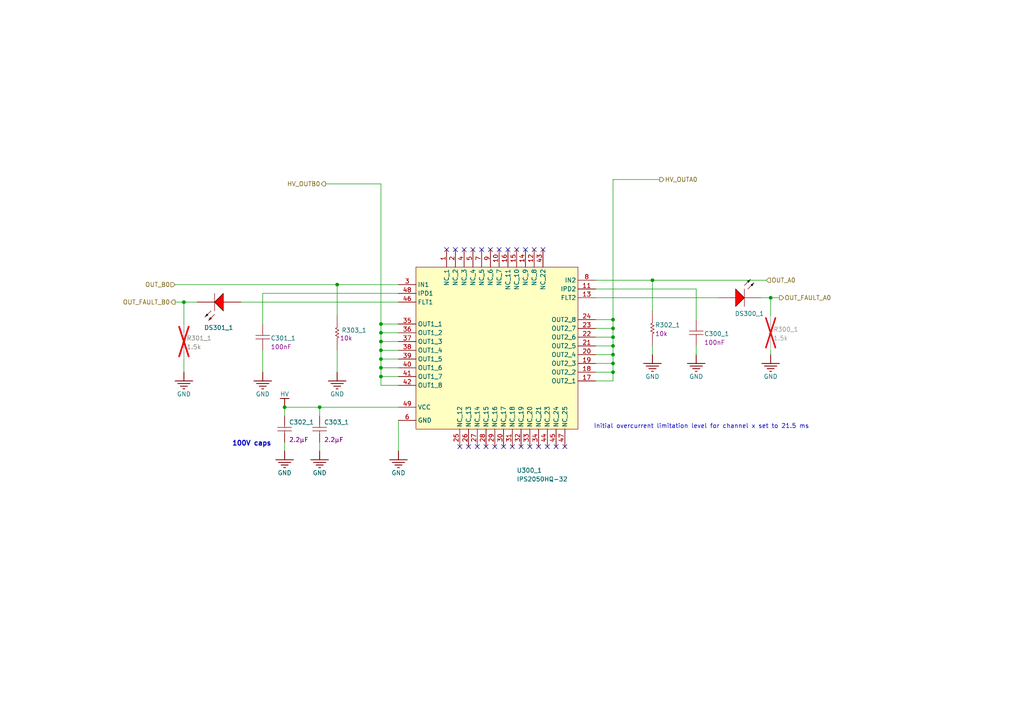
<source format=kicad_sch>
(kicad_sch (version 20250114) (generator "eeschema") (generator_version "9.0")
  (paper "A4")
  (lib_symbols
    (symbol "ARDEP Power IO Shield Symbols:GND_POWER_GROUND" (power)
      (property "Value" "GND" (at 0 -6.35 0))
      (symbol "GND_POWER_GROUND_0_0"
        (polyline (pts (xy -2.54 -2.54) (xy 2.54 -2.54)) (stroke (width 0.254)))
        (polyline (pts (xy -1.778 -3.302) (xy 1.778 -3.302)) (stroke (width 0.254)))
        (polyline (pts (xy -1.016 -4.064) (xy 1.016 -4.064)) (stroke (width 0.254)))
        (polyline (pts (xy -0.254 -4.826) (xy 0.254 -4.826)) (stroke (width 0.254)))
        (polyline (pts (xy 0 0) (xy 0 -2.54)) (stroke (width 0.254)))
        (pin power_in line (at 0 0 0) (length 0) (hide yes) (name "GND") (number ""))
      )
    )
    (symbol "ARDEP Power IO Shield Symbols:HV_BAR" (power)
      (property "Value" "HV" (at 0 -3.81 0))
      (symbol "HV_BAR_0_0"
        (polyline (pts (xy -1.27 -2.54) (xy 1.27 -2.54)) (stroke (width 0.254)))
        (polyline (pts (xy 0 0) (xy 0 -2.54)) (stroke (width 0.254)))
        (pin power_in line (at 0 0 0) (length 0) (hide yes) (name "HV") (number ""))
      )
    )
    (symbol "ARDEP Power IO Shield Symbols:root_0_IPS2050HQ-32_Frickly Systems GmbH"
      (symbol "root_0_IPS2050HQ-32_Frickly Systems GmbH_1_0"
        (rectangle (start 52.07 12.7) (end 5.08 -34.29) (stroke (width 0) (color 128 0 0 1)) (fill (type background)))
        (pin passive line (at 0 7.62 0) (length 5.08) (name "IN1") (number "3"))
        (pin passive line (at 0 5.08 0) (length 5.08) (name "IPD1") (number "48"))
        (pin passive line (at 0 2.54 0) (length 5.08) (name "FLT1") (number "46"))
        (pin passive line (at 0 -3.81 0) (length 5.08) (name "OUT1_1") (number "35"))
        (pin passive line (at 0 -6.35 0) (length 5.08) (name "OUT1_2") (number "36"))
        (pin passive line (at 0 -8.89 0) (length 5.08) (name "OUT1_3") (number "37"))
        (pin passive line (at 0 -11.43 0) (length 5.08) (name "OUT1_4") (number "38"))
        (pin passive line (at 0 -13.97 0) (length 5.08) (name "OUT1_5") (number "39"))
        (pin passive line (at 0 -16.51 0) (length 5.08) (name "OUT1_6") (number "40"))
        (pin passive line (at 0 -19.05 0) (length 5.08) (name "OUT1_7") (number "41"))
        (pin passive line (at 0 -21.59 0) (length 5.08) (name "OUT1_8") (number "42"))
        (pin passive line (at 0 -27.94 0) (length 5.08) (name "VCC") (number "49"))
        (pin passive line (at 0 -31.75 0) (length 5.08) (name "GND") (number "6"))
        (pin passive line (at 13.97 17.78 270) (length 5.08) (name "NC_1") (number "1"))
        (pin passive line (at 16.51 17.78 270) (length 5.08) (name "NC_2") (number "2"))
        (pin passive line (at 17.78 -39.37 90) (length 5.08) (name "NC_12") (number "25"))
        (pin passive line (at 19.05 17.78 270) (length 5.08) (name "NC_3") (number "4"))
        (pin passive line (at 20.32 -39.37 90) (length 5.08) (name "NC_13") (number "26"))
        (pin passive line (at 21.59 17.78 270) (length 5.08) (name "NC_4") (number "5"))
        (pin passive line (at 22.86 -39.37 90) (length 5.08) (name "NC_14") (number "27"))
        (pin passive line (at 24.13 17.78 270) (length 5.08) (name "NC_5") (number "7"))
        (pin passive line (at 25.4 -39.37 90) (length 5.08) (name "NC_15") (number "28"))
        (pin passive line (at 26.67 17.78 270) (length 5.08) (name "NC_6") (number "9"))
        (pin passive line (at 27.94 -39.37 90) (length 5.08) (name "NC_16") (number "29"))
        (pin passive line (at 29.21 17.78 270) (length 5.08) (name "NC_7") (number "10"))
        (pin passive line (at 30.48 -39.37 90) (length 5.08) (name "NC_17") (number "30"))
        (pin passive line (at 31.75 17.78 270) (length 5.08) (name "NC_11") (number "16"))
        (pin passive line (at 33.02 -39.37 90) (length 5.08) (name "NC_18") (number "31"))
        (pin passive line (at 34.29 17.78 270) (length 5.08) (name "NC_10") (number "15"))
        (pin passive line (at 35.56 -39.37 90) (length 5.08) (name "NC_19") (number "32"))
        (pin passive line (at 36.83 17.78 270) (length 5.08) (name "NC_9") (number "14"))
        (pin passive line (at 38.1 -39.37 90) (length 5.08) (name "NC_20") (number "33"))
        (pin passive line (at 39.37 17.78 270) (length 5.08) (name "NC_8") (number "12"))
        (pin passive line (at 40.64 -39.37 90) (length 5.08) (name "NC_21") (number "34"))
        (pin passive line (at 41.91 17.78 270) (length 5.08) (name "NC_22") (number "43"))
        (pin passive line (at 43.18 -39.37 90) (length 5.08) (name "NC_23") (number "44"))
        (pin passive line (at 45.72 -39.37 90) (length 5.08) (name "NC_24") (number "45"))
        (pin passive line (at 48.26 -39.37 90) (length 5.08) (name "NC_25") (number "47"))
        (pin passive line (at 57.15 8.89 180) (length 5.08) (name "IN2") (number "8"))
        (pin passive line (at 57.15 6.35 180) (length 5.08) (name "IPD2") (number "11"))
        (pin passive line (at 57.15 3.81 180) (length 5.08) (name "FLT2") (number "13"))
        (pin passive line (at 57.15 -2.54 180) (length 5.08) (name "OUT2_8") (number "24"))
        (pin passive line (at 57.15 -5.08 180) (length 5.08) (name "OUT2_7") (number "23"))
        (pin passive line (at 57.15 -7.62 180) (length 5.08) (name "OUT2_6") (number "22"))
        (pin passive line (at 57.15 -10.16 180) (length 5.08) (name "OUT2_5") (number "21"))
        (pin passive line (at 57.15 -12.7 180) (length 5.08) (name "OUT2_4") (number "20"))
        (pin passive line (at 57.15 -15.24 180) (length 5.08) (name "OUT2_3") (number "19"))
        (pin passive line (at 57.15 -17.78 180) (length 5.08) (name "OUT2_2") (number "18"))
        (pin passive line (at 57.15 -20.32 180) (length 5.08) (name "OUT2_1") (number "17"))
      )
    )
    (symbol "ARDEP Power IO Shield Symbols:root_0_mirrored_LED-RED-AK-2_Frickly Systems GmbH" (pin_numbers (hide yes)) (pin_names (hide yes))
      (symbol "root_0_mirrored_LED-RED-AK-2_Frickly Systems GmbH_1_0"
        (polyline (pts (xy -2.54 2.54) (xy 0 0) (xy -2.54 -2.54) (xy -2.54 2.54)) (stroke (width 0) (color 0 0 0 1)) (fill (type color) (color 255 0 0 1)))
        (polyline (pts (xy 0 3.556) (xy 1.778 5.334)))
        (polyline (pts (xy 0 -2.54) (xy 0 2.54)))
        (polyline (pts (xy 1.016 2.54) (xy 2.794 4.318)))
        (polyline (pts (xy 1.778 5.334) (xy 1.27 4.318) (xy 0.762 4.826) (xy 1.778 5.334)) (stroke (width -0.0001) (color 0 0 0 1)) (fill (type outline)))
        (polyline (pts (xy 2.794 4.318) (xy 2.286 3.302) (xy 1.778 3.81) (xy 2.794 4.318)) (stroke (width -0.0001) (color 0 0 0 1)) (fill (type outline)))
        (pin passive line (at -7.62 0 0) (length 5.08) (name "A") (number "2"))
        (pin passive line (at 5.08 0 180) (length 5.08) (name "K") (number "1"))
      )
    )
    (symbol "ARDEP Power IO Shield Symbols:root_1_Resistor_Frickly Systems GmbH" (pin_numbers (hide yes)) (pin_names (hide yes))
      (symbol "root_1_Resistor_Frickly Systems GmbH_1_0"
        (polyline (pts (xy 0 5.08) (xy 0 4.064) (xy 0.508 3.81) (xy -0.508 3.302) (xy 0.508 2.794) (xy -0.508 2.286) (xy 0.508 1.778) (xy -0.508 1.27) (xy 0 1.016) (xy 0 0)))
        (pin passive line (at 0 7.62 270) (length 2.54) (name "2") (number "2"))
        (pin passive line (at 0 -2.54 90) (length 2.54) (name "1") (number "1"))
      )
    )
    (symbol "ARDEP Power IO Shield Symbols:root_1_mirrored_Capacitor_Frickly Systems GmbH" (pin_numbers (hide yes)) (pin_names (hide yes))
      (symbol "root_1_mirrored_Capacitor_Frickly Systems GmbH_1_0"
        (polyline (pts (xy -2.032 3.302) (xy 2.032 3.302)))
        (polyline (pts (xy 0 5.08) (xy 0 4.318)))
        (polyline (pts (xy 0 2.54) (xy 0 3.302)))
        (polyline (pts (xy 2.032 4.318) (xy -2.032 4.318)))
        (pin passive line (at 0 7.62 270) (length 2.54) (name "2") (number "2"))
        (pin passive line (at 0 0 90) (length 2.54) (name "1") (number "1"))
      )
    )
    (symbol "ARDEP Power IO Shield Symbols:root_1_mirrored_Resistor_Frickly Systems GmbH" (pin_numbers (hide yes)) (pin_names (hide yes))
      (symbol "root_1_mirrored_Resistor_Frickly Systems GmbH_1_0"
        (polyline (pts (xy 0 5.08) (xy 0 4.064) (xy -0.508 3.81) (xy 0.508 3.302) (xy -0.508 2.794) (xy 0.508 2.286) (xy -0.508 1.778) (xy 0.508 1.27) (xy 0 1.016) (xy 0 0)))
        (pin passive line (at 0 7.62 270) (length 2.54) (name "2") (number "2"))
        (pin passive line (at 0 -2.54 90) (length 2.54) (name "1") (number "1"))
      )
    )
    (symbol "ARDEP Power IO Shield Symbols:root_2_mirrored_LED-RED-AK-2_Frickly Systems GmbH" (pin_numbers (hide yes)) (pin_names (hide yes))
      (symbol "root_2_mirrored_LED-RED-AK-2_Frickly Systems GmbH_1_0"
        (polyline (pts (xy -2.794 -4.318) (xy -2.286 -3.302) (xy -1.778 -3.81) (xy -2.794 -4.318)) (stroke (width -0.0001) (color 0 0 0 1)) (fill (type outline)))
        (polyline (pts (xy -1.778 -5.334) (xy -1.27 -4.318) (xy -0.762 -4.826) (xy -1.778 -5.334)) (stroke (width -0.0001) (color 0 0 0 1)) (fill (type outline)))
        (polyline (pts (xy -1.016 -2.54) (xy -2.794 -4.318)))
        (polyline (pts (xy 0 2.54) (xy 0 -2.54)))
        (polyline (pts (xy 0 -3.556) (xy -1.778 -5.334)))
        (polyline (pts (xy 2.54 -2.54) (xy 0 0) (xy 2.54 2.54) (xy 2.54 -2.54)) (stroke (width 0) (color 0 0 0 1)) (fill (type color) (color 255 0 0 1)))
        (pin passive line (at -5.08 0 0) (length 5.08) (name "K") (number "1"))
        (pin passive line (at 7.62 0 180) (length 5.08) (name "A") (number "2"))
      )
    )
    (symbol "root_1_mirrored_Capacitor_Frickly Systems GmbH_1" (pin_numbers (hide yes)) (pin_names (hide yes))
      (symbol "root_1_mirrored_Capacitor_Frickly Systems GmbH_1_1_0"
        (polyline (pts (xy -2.032 3.302) (xy 2.032 3.302)))
        (polyline (pts (xy 0 5.08) (xy 0 4.318)))
        (polyline (pts (xy 0 2.54) (xy 0 3.302)))
        (polyline (pts (xy 2.032 4.318) (xy -2.032 4.318)))
        (pin passive line (at 0 7.62 270) (length 2.54) (name "2") (number "2"))
        (pin passive line (at 0 0 90) (length 2.54) (name "1") (number "1"))
      )
    )
    (symbol "root_1_mirrored_Capacitor_Frickly Systems GmbH_2" (pin_numbers (hide yes)) (pin_names (hide yes))
      (symbol "root_1_mirrored_Capacitor_Frickly Systems GmbH_2_1_0"
        (polyline (pts (xy -2.032 3.302) (xy 2.032 3.302)))
        (polyline (pts (xy 0 5.08) (xy 0 4.318)))
        (polyline (pts (xy 0 2.54) (xy 0 3.302)))
        (polyline (pts (xy 2.032 4.318) (xy -2.032 4.318)))
        (pin passive line (at 0 7.62 270) (length 2.54) (name "2") (number "2"))
        (pin passive line (at 0 0 90) (length 2.54) (name "1") (number "1"))
      )
    )
  )
  (text "Initial overcurrent limitation level for channel x set to 21.5 ms" (at 234.696 124.46 0) (effects (font (size 1.27 1.27)) (justify right bottom)))
  (text "100V caps" (at 78.74 129.54 0) (effects (font (size 1.397 1.397) (thickness 0.2794) (bold yes)) (justify right bottom)))
  (junction (at 92.71 118.11))
  (junction (at 110.49 99.06))
  (junction (at 110.49 106.68))
  (junction (at 53.34 87.63))
  (junction (at 177.8 92.71))
  (junction (at 177.8 100.33))
  (junction (at 110.49 96.52))
  (junction (at 110.49 104.14))
  (junction (at 223.52 86.36))
  (junction (at 177.8 105.41))
  (junction (at 110.49 109.22))
  (junction (at 177.8 102.87))
  (junction (at 82.55 118.11))
  (junction (at 110.49 101.6))
  (junction (at 189.23 81.28))
  (junction (at 177.8 97.79))
  (junction (at 177.8 107.95))
  (junction (at 177.8 95.25))
  (junction (at 110.49 93.98))
  (junction (at 97.79 82.55))
  (no_connect (at 142.24 72.39))
  (no_connect (at 143.51 129.54))
  (no_connect (at 147.32 72.39))
  (no_connect (at 144.78 72.39))
  (no_connect (at 156.21 129.54))
  (no_connect (at 146.05 129.54))
  (no_connect (at 163.83 129.54))
  (no_connect (at 129.54 72.39))
  (no_connect (at 154.94 72.39))
  (no_connect (at 135.89 129.54))
  (no_connect (at 158.75 129.54))
  (no_connect (at 140.97 129.54))
  (no_connect (at 148.59 129.54))
  (no_connect (at 149.86 72.39))
  (no_connect (at 151.13 129.54))
  (no_connect (at 139.7 72.39))
  (no_connect (at 132.08 72.39))
  (no_connect (at 157.48 72.39))
  (no_connect (at 153.67 129.54))
  (no_connect (at 133.35 129.54))
  (no_connect (at 134.62 72.39))
  (no_connect (at 138.43 129.54))
  (no_connect (at 152.4 72.39))
  (no_connect (at 137.16 72.39))
  (no_connect (at 161.29 129.54))
  (wire (pts (xy 177.8 105.41) (xy 177.8 107.95)))
  (wire (pts (xy 110.49 93.98) (xy 115.57 93.98)))
  (wire (pts (xy 222.25 81.28) (xy 189.23 81.28)))
  (wire (pts (xy 177.8 92.71) (xy 172.72 92.71)))
  (wire (pts (xy 172.72 83.82) (xy 201.93 83.82)))
  (wire (pts (xy 223.52 91.44) (xy 223.52 86.36)))
  (wire (pts (xy 92.71 120.65) (xy 92.71 118.11)))
  (wire (pts (xy 177.8 107.95) (xy 172.72 107.95)))
  (wire (pts (xy 82.55 128.27) (xy 82.55 130.81)))
  (wire (pts (xy 82.55 118.11) (xy 82.55 120.65)))
  (wire (pts (xy 53.34 87.63) (xy 57.15 87.63)))
  (wire (pts (xy 110.49 109.22) (xy 115.57 109.22)))
  (wire (pts (xy 92.71 118.11) (xy 115.57 118.11)))
  (wire (pts (xy 189.23 102.87) (xy 189.23 100.33)))
  (wire (pts (xy 223.52 86.36) (xy 226.06 86.36)))
  (wire (pts (xy 110.49 104.14) (xy 115.57 104.14)))
  (wire (pts (xy 177.8 105.41) (xy 172.72 105.41)))
  (wire (pts (xy 223.52 102.87) (xy 223.52 101.6)))
  (wire (pts (xy 76.2 85.09) (xy 76.2 93.98)))
  (wire (pts (xy 110.49 104.14) (xy 110.49 106.68)))
  (wire (pts (xy 76.2 107.95) (xy 76.2 101.6)))
  (wire (pts (xy 110.49 99.06) (xy 115.57 99.06)))
  (wire (pts (xy 201.93 102.87) (xy 201.93 100.33)))
  (wire (pts (xy 110.49 106.68) (xy 115.57 106.68)))
  (wire (pts (xy 115.57 130.81) (xy 115.57 121.92)))
  (wire (pts (xy 177.8 100.33) (xy 177.8 102.87)))
  (wire (pts (xy 115.57 82.55) (xy 97.79 82.55)))
  (wire (pts (xy 177.8 95.25) (xy 177.8 97.79)))
  (wire (pts (xy 53.34 107.95) (xy 53.34 104.14)))
  (wire (pts (xy 177.8 97.79) (xy 177.8 100.33)))
  (wire (pts (xy 189.23 90.17) (xy 189.23 81.28)))
  (wire (pts (xy 110.49 106.68) (xy 110.49 109.22)))
  (wire (pts (xy 110.49 53.34) (xy 110.49 93.98)))
  (wire (pts (xy 172.72 86.36) (xy 208.28 86.36)))
  (wire (pts (xy 110.49 109.22) (xy 110.49 111.76)))
  (wire (pts (xy 201.93 83.82) (xy 201.93 92.71)))
  (wire (pts (xy 177.8 92.71) (xy 177.8 95.25)))
  (wire (pts (xy 177.8 110.49) (xy 172.72 110.49)))
  (wire (pts (xy 220.98 86.36) (xy 223.52 86.36)))
  (wire (pts (xy 97.79 82.55) (xy 97.79 91.44)))
  (wire (pts (xy 189.23 81.28) (xy 172.72 81.28)))
  (wire (pts (xy 110.49 101.6) (xy 110.49 104.14)))
  (wire (pts (xy 110.49 96.52) (xy 110.49 99.06)))
  (wire (pts (xy 177.8 102.87) (xy 177.8 105.41)))
  (wire (pts (xy 110.49 101.6) (xy 115.57 101.6)))
  (wire (pts (xy 110.49 96.52) (xy 115.57 96.52)))
  (wire (pts (xy 177.8 102.87) (xy 172.72 102.87)))
  (wire (pts (xy 115.57 85.09) (xy 76.2 85.09)))
  (wire (pts (xy 53.34 93.98) (xy 53.34 87.63)))
  (wire (pts (xy 69.85 87.63) (xy 115.57 87.63)))
  (wire (pts (xy 177.8 95.25) (xy 172.72 95.25)))
  (wire (pts (xy 97.79 107.95) (xy 97.79 101.6)))
  (wire (pts (xy 50.8 87.63) (xy 53.34 87.63)))
  (wire (pts (xy 177.8 107.95) (xy 177.8 110.49)))
  (wire (pts (xy 82.55 118.11) (xy 92.71 118.11)))
  (wire (pts (xy 177.8 100.33) (xy 172.72 100.33)))
  (wire (pts (xy 110.49 99.06) (xy 110.49 101.6)))
  (wire (pts (xy 97.79 82.55) (xy 50.8 82.55)))
  (wire (pts (xy 110.49 111.76) (xy 115.57 111.76)))
  (wire (pts (xy 94.398 53.34) (xy 110.49 53.34)))
  (wire (pts (xy 177.8 52.07) (xy 177.8 92.71)))
  (wire (pts (xy 177.8 97.79) (xy 172.72 97.79)))
  (wire (pts (xy 92.71 128.27) (xy 92.71 130.81)))
  (wire (pts (xy 191.352 52.07) (xy 177.8 52.07)))
  (wire (pts (xy 110.49 93.98) (xy 110.49 96.52)))
  (hierarchical_label "HV_OUTB0" (shape output) (at 94.398 53.34 180))
  (hierarchical_label "OUT_FAULT_A0" (shape output) (at 226.06 86.36 0))
  (hierarchical_label "OUT_B0" (shape input) (at 50.8 82.55 180))
  (hierarchical_label "HV_OUTA0" (shape output) (at 191.352 52.07 0))
  (hierarchical_label "OUT_A0" (shape input) (at 222.25 81.28 0))
  (hierarchical_label "OUT_FAULT_B0" (shape output) (at 50.8 87.63 180))
  (symbol (lib_id "ARDEP Power IO Shield Symbols:GND_POWER_GROUND") (at 76.2 107.95 0) (unit 1)
    (property "Reference" "#PWR013" (effects (hide yes)))
    (property "Value" "GND" (at 76.2 114.3 0))
  )
  (symbol (lib_id "ARDEP Power IO Shield Symbols:root_1_mirrored_Capacitor_Frickly Systems GmbH") (at 92.71 128.27 0) (unit 1)
    (property "Reference" "C303_1" (at 93.98 123.19 0) (effects (justify left bottom)))
    (property "Value" "C-2.2uF-10%-100V-1210-X7R" (effects (hide yes)))
    (property "Footprint" "C_1210" (effects (hide yes)))
    (property "Description" "Ceramic Capacitor, Multilayer, Ceramic, 100V, 10% +Tol, 10% -Tol, X7R, 15% TC, 2.2uF, Surface Mount, 1210" (effects (hide yes)))
    (property "MIN OPERATING TEMPERATURE" "-55°C" (effects (hide yes)))
    (property "TOLERANCE" "10%" (effects (hide yes)))
    (property "MAX OPERATING TEMPERATURE" "125°C" (effects (hide yes)))
    (property "CASE/PACKAGE" "1210" (effects (hide yes)))
    (property "ROHS COMPLIANT" "Yes" (effects (hide yes)))
    (property "DIELECTRIC MATERIAL" "Ceramic" (effects (hide yes)))
    (property "CAPACITANCE" "2.2µF" (at 93.98 128.27 0) (effects (justify left bottom)))
    (property "RATED DC VOLTAGE (URDC)" "100V" (effects (hide yes)))
    (property "TEMPERATURE CHARACTERISTICS CODE" "X7R" (effects (hide yes)))
    (property "MOUNT" "Surface Mount" (effects (hide yes)))
    (property "TO BE CHECKED" "Yes, Part choices" (effects (hide yes)))
  )
  (symbol (lib_id "ARDEP Power IO Shield Symbols:root_2_mirrored_LED-RED-AK-2_Frickly Systems GmbH") (at 62.23 87.63 0) (unit 1)
    (property "Reference" "DS301_1" (at 59.182 95.758 0) (effects (justify left bottom)))
    (property "Value" "150080RS75000" (effects (hide yes)))
    (property "Footprint" "LED_0805_JB" (effects (hide yes)))
    (property "Description" "Single Color LED, Red, Water Clear, 1.4mm" (effects (hide yes)))
    (property "PINS" "2" (effects (hide yes)))
    (property "FORWARD VOLTAGE" "2V" (effects (hide yes)))
    (property "COLOUR" "Red" (effects (hide yes)))
    (property "ROHS COMPLIANT" "Yes" (effects (hide yes)))
    (property "MAX OPERATING TEMPERATURE" "85°C" (effects (hide yes)))
    (property "CASE/PACKAGE" "0805" (effects (hide yes)))
    (property "MOUNTING TECHNOLOGY" "SMD" (effects (hide yes)))
    (property "MIN OPERATING TEMPERATURE" "-40°C" (effects (hide yes)))
    (property "FORWARD CURRENT" "20mA" (effects (hide yes)))
  )
  (symbol (lib_id "ARDEP Power IO Shield Symbols:GND_POWER_GROUND") (at 189.23 102.87 0) (unit 1)
    (property "Reference" "#PWR019" (effects (hide yes)))
    (property "Value" "GND" (at 189.23 109.22 0))
  )
  (symbol (lib_id "ARDEP Power IO Shield Symbols:root_1_mirrored_Capacitor_Frickly Systems GmbH") (at 82.55 128.27 0) (unit 1)
    (property "Reference" "C302_1" (at 83.82 123.19 0) (effects (justify left bottom)))
    (property "Value" "C-2.2uF-10%-100V-1210-X7R" (effects (hide yes)))
    (property "Footprint" "C_1210" (effects (hide yes)))
    (property "Description" "Ceramic Capacitor, Multilayer, Ceramic, 100V, 10% +Tol, 10% -Tol, X7R, 15% TC, 2.2uF, Surface Mount, 1210" (effects (hide yes)))
    (property "MIN OPERATING TEMPERATURE" "-55°C" (effects (hide yes)))
    (property "TOLERANCE" "10%" (effects (hide yes)))
    (property "MAX OPERATING TEMPERATURE" "125°C" (effects (hide yes)))
    (property "CASE/PACKAGE" "1210" (effects (hide yes)))
    (property "ROHS COMPLIANT" "Yes" (effects (hide yes)))
    (property "DIELECTRIC MATERIAL" "Ceramic" (effects (hide yes)))
    (property "CAPACITANCE" "2.2µF" (at 83.82 128.27 0) (effects (justify left bottom)))
    (property "RATED DC VOLTAGE (URDC)" "100V" (effects (hide yes)))
    (property "TEMPERATURE CHARACTERISTICS CODE" "X7R" (effects (hide yes)))
    (property "MOUNT" "Surface Mount" (effects (hide yes)))
    (property "TO BE CHECKED" "Yes, Part choices" (effects (hide yes)))
  )
  (symbol (lib_id "ARDEP Power IO Shield Symbols:GND_POWER_GROUND") (at 53.34 107.95 0) (unit 1)
    (property "Reference" "#PWR012" (effects (hide yes)))
    (property "Value" "GND" (at 53.34 114.3 0))
  )
  (symbol (lib_id "ARDEP Power IO Shield Symbols:GND_POWER_GROUND") (at 201.93 102.87 0) (unit 1)
    (property "Reference" "#PWR020" (effects (hide yes)))
    (property "Value" "GND" (at 201.93 109.22 0))
  )
  (symbol (lib_id "ARDEP Power IO Shield Symbols:root_1_mirrored_Resistor_Frickly Systems GmbH") (at 97.79 99.06 0) (unit 1)
    (property "Reference" "R303_1" (at 99.06 96.52 0) (effects (justify left bottom)))
    (property "Value" "Resistor 10k +/-1% 0603 100mW" (effects (hide yes)))
    (property "Footprint" "R_0603_JB" (effects (hide yes)))
    (property "Description" "Chip Resistor, 10 KOhm, +/-1%, 0.1 W, -55 to 155 degC, 0603 (1608 Metric)" (effects (hide yes)))
    (property "ALTIUM_VALUE" "10k" (at 98.552 98.806 0) (effects (justify left bottom)))
    (property "MAX OPERATING TEMPERATURE" "155°C" (effects (hide yes)))
    (property "ROHS COMPLIANT" "Yes" (effects (hide yes)))
    (property "TOLERANCE" "1%" (effects (hide yes)))
    (property "PINS" "2" (effects (hide yes)))
    (property "POWER" "100mW" (effects (hide yes)))
    (property "MIN OPERATING TEMPERATURE" "-55°C" (effects (hide yes)))
    (property "MOUNTING TECHNOLOGY" "Surface Mount" (effects (hide yes)))
    (property "CASE/PACKAGE" "0603" (effects (hide yes)))
    (property "VOLTAGE RATING" "75V" (effects (hide yes)))
  )
  (symbol (lib_id "ARDEP Power IO Shield Symbols:root_1_Resistor_Frickly Systems GmbH") (at 223.52 99.06 0) (unit 1) (dnp yes)
    (property "Reference" "R300_1" (at 224.282 96.266 0) (effects (justify left bottom)))
    (property "Value" "1k5 +/-1% 0603 100 mW" (effects (hide yes)))
    (property "Footprint" "R_0603_JB" (effects (hide yes)))
    (property "Description" "Chip Resistor, 1,5 KOhm, +/-1%, 0.1 W, -55 to 155 degC, 0603 (1608 Metric)" (effects (hide yes)))
    (property "PINS" "2" (effects (hide yes)))
    (property "MIN OPERATING TEMPERATURE" "-55°C" (effects (hide yes)))
    (property "ROHS COMPLIANT" "True" (effects (hide yes)))
    (property "POWER" "100mW" (effects (hide yes)))
    (property "TOLERANCE" "1%" (effects (hide yes)))
    (property "ALTIUM_VALUE" "1.5k" (at 224.282 98.806 0) (effects (justify left bottom)))
    (property "MOUNTING TECHNOLOGY" "SM" (effects (hide yes)))
    (property "CASE/PACKAGE" "0603" (effects (hide yes)))
    (property "MAX OPERATING TEMPERATURE" "155°C" (effects (hide yes)))
    (property "VOLTAGE RATING" "50V" (effects (hide yes)))
  )
  (symbol (lib_id "ARDEP Power IO Shield Symbols:HV_BAR") (at 82.55 118.11 180) (unit 1)
    (property "Reference" "#PWR014" (effects (hide yes)))
    (property "Value" "HV" (at 82.55 114.3 0))
  )
  (symbol (lib_name "root_1_mirrored_Capacitor_Frickly Systems GmbH_2") (lib_id "ARDEP Power IO Shield Symbols:root_1_mirrored_Capacitor_Frickly Systems GmbH_2") (at 76.2 101.6 0) (unit 1)
    (property "Reference" "C301_1" (at 78.486 98.806 0) (effects (justify left bottom)))
    (property "Value" "C-100nF-10%-50V-0603-X7R" (effects (hide yes)))
    (property "Footprint" "C_0603_JB" (effects (hide yes)))
    (property "Description" "Ceramic Capacitor, Multilayer, Ceramic, 50V, 10% +Tol, 10% -Tol, X7R, 15% TC, 0.1uF, Surface Mount, 0603" (effects (hide yes)))
    (property "CASE/PACKAGE" "0603" (effects (hide yes)))
    (property "TOLERANCE" "10%" (effects (hide yes)))
    (property "ROHS COMPLIANT" "True" (effects (hide yes)))
    (property "MAX OPERATING TEMPERATURE" "125°C" (effects (hide yes)))
    (property "MIN OPERATING TEMPERATURE" "-55°C" (effects (hide yes)))
    (property "CAPACITANCE" "100nF" (at 78.486 101.346 0) (effects (justify left bottom)))
    (property "DIELECTRIC MATERIAL" "Ceramic" (effects (hide yes)))
    (property "MOUNT" "Surface Mount" (effects (hide yes)))
    (property "RATED DC VOLTAGE (URDC)" "50V" (effects (hide yes)))
    (property "TEMPERATURE CHARACTERISTICS CODE" "X7R" (effects (hide yes)))
  )
  (symbol (lib_id "ARDEP Power IO Shield Symbols:root_1_Resistor_Frickly Systems GmbH") (at 53.34 101.6 0) (unit 1) (dnp yes)
    (property "Reference" "R301_1" (at 54.102 98.806 0) (effects (justify left bottom)))
    (property "Value" "1k5 +/-1% 0603 100 mW" (effects (hide yes)))
    (property "Footprint" "R_0603_JB" (effects (hide yes)))
    (property "Description" "Chip Resistor, 1,5 KOhm, +/-1%, 0.1 W, -55 to 155 degC, 0603 (1608 Metric)" (effects (hide yes)))
    (property "PINS" "2" (effects (hide yes)))
    (property "MIN OPERATING TEMPERATURE" "-55°C" (effects (hide yes)))
    (property "ROHS COMPLIANT" "True" (effects (hide yes)))
    (property "POWER" "100mW" (effects (hide yes)))
    (property "TOLERANCE" "1%" (effects (hide yes)))
    (property "ALTIUM_VALUE" "1.5k" (at 54.102 101.346 0) (effects (justify left bottom)))
    (property "MOUNTING TECHNOLOGY" "SM" (effects (hide yes)))
    (property "CASE/PACKAGE" "0603" (effects (hide yes)))
    (property "MAX OPERATING TEMPERATURE" "155°C" (effects (hide yes)))
    (property "VOLTAGE RATING" "50V" (effects (hide yes)))
  )
  (symbol (lib_id "ARDEP Power IO Shield Symbols:root_0_mirrored_LED-RED-AK-2_Frickly Systems GmbH") (at 215.9 86.36 0) (unit 1)
    (property "Reference" "DS300_1" (at 213.106 91.694 0) (effects (justify left bottom)))
    (property "Value" "150080RS75000" (effects (hide yes)))
    (property "Footprint" "LED_0805_JB" (effects (hide yes)))
    (property "Description" "Single Color LED, Red, Water Clear, 1.4mm" (effects (hide yes)))
    (property "PINS" "2" (effects (hide yes)))
    (property "FORWARD VOLTAGE" "2V" (effects (hide yes)))
    (property "COLOUR" "Red" (effects (hide yes)))
    (property "ROHS COMPLIANT" "Yes" (effects (hide yes)))
    (property "MAX OPERATING TEMPERATURE" "85°C" (effects (hide yes)))
    (property "CASE/PACKAGE" "0805" (effects (hide yes)))
    (property "MOUNTING TECHNOLOGY" "SMD" (effects (hide yes)))
    (property "MIN OPERATING TEMPERATURE" "-40°C" (effects (hide yes)))
    (property "FORWARD CURRENT" "20mA" (effects (hide yes)))
  )
  (symbol (lib_id "ARDEP Power IO Shield Symbols:GND_POWER_GROUND") (at 82.55 130.81 0) (unit 1)
    (property "Reference" "#PWR015" (effects (hide yes)))
    (property "Value" "GND" (at 82.55 137.16 0))
  )
  (symbol (lib_id "ARDEP Power IO Shield Symbols:GND_POWER_GROUND") (at 115.57 130.81 0) (unit 1)
    (property "Reference" "#PWR018" (effects (hide yes)))
    (property "Value" "GND" (at 115.57 137.16 0))
  )
  (symbol (lib_name "root_1_mirrored_Capacitor_Frickly Systems GmbH_1") (lib_id "ARDEP Power IO Shield Symbols:root_1_mirrored_Capacitor_Frickly Systems GmbH_1") (at 201.93 100.33 0) (unit 1)
    (property "Reference" "C300_1" (at 204.216 97.536 0) (effects (justify left bottom)))
    (property "Value" "C-100nF-10%-50V-0603-X7R" (effects (hide yes)))
    (property "Footprint" "C_0603_JB" (effects (hide yes)))
    (property "Description" "Ceramic Capacitor, Multilayer, Ceramic, 50V, 10% +Tol, 10% -Tol, X7R, 15% TC, 0.1uF, Surface Mount, 0603" (effects (hide yes)))
    (property "CASE/PACKAGE" "0603" (effects (hide yes)))
    (property "TOLERANCE" "10%" (effects (hide yes)))
    (property "ROHS COMPLIANT" "True" (effects (hide yes)))
    (property "MAX OPERATING TEMPERATURE" "125°C" (effects (hide yes)))
    (property "MIN OPERATING TEMPERATURE" "-55°C" (effects (hide yes)))
    (property "CAPACITANCE" "100nF" (at 204.216 100.076 0) (effects (justify left bottom)))
    (property "DIELECTRIC MATERIAL" "Ceramic" (effects (hide yes)))
    (property "MOUNT" "Surface Mount" (effects (hide yes)))
    (property "RATED DC VOLTAGE (URDC)" "50V" (effects (hide yes)))
    (property "TEMPERATURE CHARACTERISTICS CODE" "X7R" (effects (hide yes)))
  )
  (symbol (lib_id "ARDEP Power IO Shield Symbols:root_0_IPS2050HQ-32_Frickly Systems GmbH") (at 115.57 90.17 0) (unit 1)
    (property "Reference" "U300_1" (at 149.86 137.16 0) (effects (justify left bottom)))
    (property "Value" "IPS2050HQ-32" (at 149.86 139.7 0) (effects (justify left bottom)))
    (property "Footprint" "QFN50P800X600X90_HS-49N" (effects (hide yes)))
    (property "Description" "High efficiency, high-side switch with extended diagnostics and smart driving for capacitive loads" (effects (hide yes)))
    (property "OPERATING TEMPERATURE MIN" "-40" (effects (hide yes)))
    (property "OPERATING TEMPERATURE MAX" "125" (effects (hide yes)))
    (property "PACKAGING" "QFN-48" (effects (hide yes)))
    (property "MOUNT" "SMD" (effects (hide yes)))
    (property "PIN COUNT" "48" (effects (hide yes)))
    (property "MAX OUTPUT CURRENT" "5.6A" (effects (hide yes)))
    (property "MAX SUPPLY VOLTAGE" "60V" (effects (hide yes)))
    (property "MIN SUPPLY VOLTAGE" "8V" (effects (hide yes)))
    (property "NUMBER OF CHANNELS" "2" (effects (hide yes)))
    (property "NUMBER OF TERMINALS" "48" (effects (hide yes)))
    (property "TERMINAL PITCH" "500µm" (effects (hide yes)))
  )
  (symbol (lib_id "ARDEP Power IO Shield Symbols:GND_POWER_GROUND") (at 97.79 107.95 0) (unit 1)
    (property "Reference" "#PWR017" (effects (hide yes)))
    (property "Value" "GND" (at 97.79 114.3 0))
  )
  (symbol (lib_id "ARDEP Power IO Shield Symbols:GND_POWER_GROUND") (at 223.52 102.87 0) (unit 1)
    (property "Reference" "#PWR021" (effects (hide yes)))
    (property "Value" "GND" (at 223.52 109.22 0))
  )
  (symbol (lib_id "ARDEP Power IO Shield Symbols:root_1_mirrored_Resistor_Frickly Systems GmbH") (at 189.23 97.79 0) (unit 1)
    (property "Reference" "R302_1" (at 189.992 94.996 0) (effects (justify left bottom)))
    (property "Value" "Resistor 10k +/-1% 0603 100mW" (effects (hide yes)))
    (property "Footprint" "R_0603_JB" (effects (hide yes)))
    (property "Description" "Chip Resistor, 10 KOhm, +/-1%, 0.1 W, -55 to 155 degC, 0603 (1608 Metric)" (effects (hide yes)))
    (property "ALTIUM_VALUE" "10k" (at 189.992 97.536 0) (effects (justify left bottom)))
    (property "MAX OPERATING TEMPERATURE" "155°C" (effects (hide yes)))
    (property "ROHS COMPLIANT" "Yes" (effects (hide yes)))
    (property "TOLERANCE" "1%" (effects (hide yes)))
    (property "PINS" "2" (effects (hide yes)))
    (property "POWER" "100mW" (effects (hide yes)))
    (property "MIN OPERATING TEMPERATURE" "-55°C" (effects (hide yes)))
    (property "MOUNTING TECHNOLOGY" "Surface Mount" (effects (hide yes)))
    (property "CASE/PACKAGE" "0603" (effects (hide yes)))
    (property "VOLTAGE RATING" "75V" (effects (hide yes)))
  )
  (symbol (lib_id "ARDEP Power IO Shield Symbols:GND_POWER_GROUND") (at 92.71 130.81 0) (unit 1)
    (property "Reference" "#PWR016" (effects (hide yes)))
    (property "Value" "GND" (at 92.71 137.16 0))
  )
)
</source>
